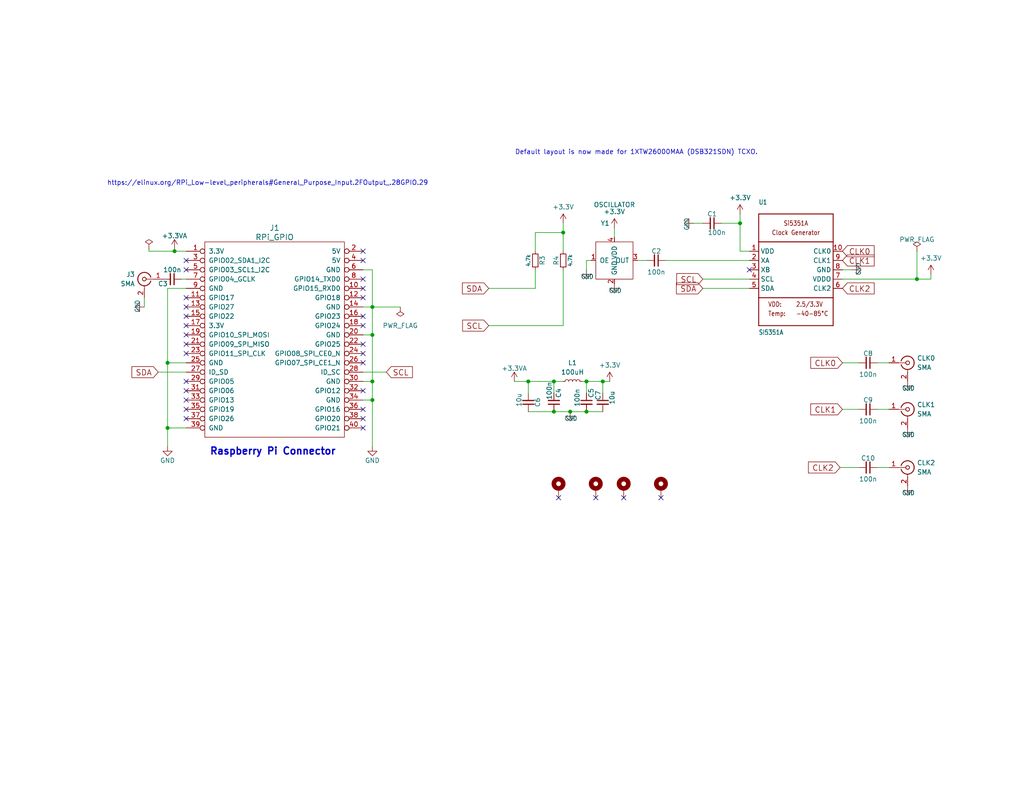
<source format=kicad_sch>
(kicad_sch (version 20230121) (generator eeschema)
  (paper "A")
  (title_block (title "Raspberry Pi Zero 2W Radio pHAT") (date "2023-10-03") (rev "0.01") (company "Dhiru Kholia (VU3CER)"))
  (lib_symbols
    (symbol "Adafruit Si5351A-eagle-import:SI5351A"
      (property "Reference" "U" (at -10.16 17.78 0))
      (symbol "SI5351A_1_0"
        (polyline (pts (xy -10.16 -15.24) (xy 10.16 -15.24)) (stroke (width 0.254)))
        (polyline (pts (xy -10.16 -7.62) (xy -10.16 -15.24)) (stroke (width 0.254)))
        (polyline (pts (xy -10.16 -7.62) (xy -10.16 7.62)) (stroke (width 0.254)))
        (polyline (pts (xy -10.16 7.62) (xy -10.16 15.24)) (stroke (width 0.254)))
        (polyline (pts (xy -10.16 7.62) (xy 10.16 7.62)) (stroke (width 0.254)))
        (polyline (pts (xy -10.16 15.24) (xy 10.16 15.24)) (stroke (width 0.254)))
        (polyline (pts (xy 10.16 -15.24) (xy 10.16 -7.62)) (stroke (width 0.254)))
        (polyline (pts (xy 10.16 -7.62) (xy -10.16 -7.62)) (stroke (width 0.254)))
        (polyline (pts (xy 10.16 7.62) (xy 10.16 -7.62)) (stroke (width 0.254)))
        (polyline (pts (xy 10.16 15.24) (xy 10.16 7.62)) (stroke (width 0.254)))
        (text "-40-85°C" (at 0 -12.7 0) (effects (font (size 1.27 1.0795)) (justify left bottom)))
        (text "2.5/3.3V" (at 0 -10.16 0) (effects (font (size 1.27 1.0795)) (justify left bottom)))
        (text "Clock Generator" (at 0 10.16 0) (effects (font (size 1.27 1.0795))))
        (text "Si5351A" (at 0 12.7 0) (effects (font (size 1.27 1.0795))))
        (text "Temp:" (at -7.62 -12.7 0) (effects (font (size 1.27 1.0795)) (justify left bottom)))
        (text "VDD:" (at -7.62 -10.16 0) (effects (font (size 1.27 1.0795)) (justify left bottom)))
        (pin power_in line (at -12.7 5.08 0) (length 2.54) (name "VDD") (number "1"))
        (pin output line (at 12.7 5.08 180) (length 2.54) (name "CLK0") (number "10"))
        (pin input line (at -12.7 2.54 0) (length 2.54) (name "XA") (number "2"))
        (pin input line (at -12.7 0 0) (length 2.54) (name "XB") (number "3"))
        (pin input line (at -12.7 -2.54 0) (length 2.54) (name "SCL") (number "4"))
        (pin bidirectional line (at -12.7 -5.08 0) (length 2.54) (name "SDA") (number "5"))
        (pin output line (at 12.7 -5.08 180) (length 2.54) (name "CLK2") (number "6"))
        (pin power_in line (at 12.7 -2.54 180) (length 2.54) (name "VDDO") (number "7"))
        (pin power_in line (at 12.7 0 180) (length 2.54) (name "GND") (number "8"))
        (pin output line (at 12.7 2.54 180) (length 2.54) (name "CLK1") (number "9"))
      )
    )
    (symbol "Connector:Conn_Coaxial" (pin_names (offset 1.016) hide)
      (property "Reference" "J" (at 0.254 3.048 0))
      (property "Value" "Conn_Coaxial" (at 2.921 0 90))
      (symbol "Conn_Coaxial_0_1"
        (arc (start -1.778 -0.508) (mid 0.2311 -1.8066) (end 1.778 0) (stroke (width 0.254)))
        (polyline (pts (xy -2.54 0) (xy -0.508 0)))
        (polyline (pts (xy 0 -2.54) (xy 0 -1.778)))
        (circle (center 0 0) (radius 0.508) (stroke (width 0.2032)))
        (arc (start 1.778 0) (mid 0.2099 1.8101) (end -1.778 0.508) (stroke (width 0.254)))
      )
      (symbol "Conn_Coaxial_1_1"
        (pin passive line (at -5.08 0 0) (length 2.54) (name "In") (number "1"))
        (pin passive line (at 0 -5.08 90) (length 2.54) (name "Ext") (number "2"))
      )
    )
    (symbol "Device:C_Small" (pin_numbers hide) (pin_names (offset 0.254) hide)
      (property "Reference" "C" (at 0.254 1.778 0))
      (property "Value" "C_Small" (at 0.254 -2.032 0))
      (symbol "C_Small_0_1"
        (polyline (pts (xy -1.524 -0.508) (xy 1.524 -0.508)) (stroke (width 0.3302)))
        (polyline (pts (xy -1.524 0.508) (xy 1.524 0.508)) (stroke (width 0.3048)))
      )
      (symbol "C_Small_1_1"
        (pin passive line (at 0 2.54 270) (length 2.032) (name "~") (number "1"))
        (pin passive line (at 0 -2.54 90) (length 2.032) (name "~") (number "2"))
      )
    )
    (symbol "Device:L_Small" (pin_numbers hide) (pin_names (offset 0.254) hide)
      (property "Reference" "L" (at 0.762 1.016 0))
      (property "Value" "L_Small" (at 0.762 -1.016 0))
      (symbol "L_Small_0_1"
        (arc (start 0 -2.032) (mid 0.5058 -1.524) (end 0 -1.016))
        (arc (start 0 -1.016) (mid 0.5058 -0.508) (end 0 0))
        (arc (start 0 0) (mid 0.5058 0.508) (end 0 1.016))
        (arc (start 0 1.016) (mid 0.5058 1.524) (end 0 2.032))
      )
      (symbol "L_Small_1_1"
        (pin passive line (at 0 2.54 270) (length 0.508) (name "~") (number "1"))
        (pin passive line (at 0 -2.54 90) (length 0.508) (name "~") (number "2"))
      )
    )
    (symbol "Device:R_Small" (pin_numbers hide) (pin_names (offset 0.254) hide)
      (property "Reference" "R" (at 0.762 0.508 0))
      (property "Value" "R_Small" (at 0.762 -1.016 0))
      (symbol "R_Small_0_1"
        (rectangle (start -0.762 1.778) (end 0.762 -1.778) (stroke (width 0.2032)))
      )
      (symbol "R_Small_1_1"
        (pin passive line (at 0 2.54 270) (length 0.762) (name "~") (number "1"))
        (pin passive line (at 0 -2.54 90) (length 0.762) (name "~") (number "2"))
      )
    )
    (symbol "EtherkitKicadLibrary:OSCILLATOR" (pin_names (offset 1.016))
      (property "Reference" "U" (at -12.192 8.509 0))
      (property "Value" "OSCILLATOR" (at -7.747 6.477 0))
      (symbol "OSCILLATOR_0_1"
        (rectangle (start -5.08 5.08) (end 5.08 -5.08))
      )
      (symbol "OSCILLATOR_1_1"
        (pin passive line (at -6.35 0 0) (length 1.27) (name "OE") (number "1"))
        (pin passive line (at 0 -6.35 90) (length 1.27) (name "GND") (number "2"))
        (pin passive line (at 6.35 0 180) (length 1.27) (name "OUT") (number "3"))
        (pin passive line (at 0 6.35 270) (length 1.27) (name "VDD") (number "4"))
      )
    )
    (symbol "Mechanical:MountingHole_Pad" (pin_numbers hide) (pin_names (offset 1.016) hide)
      (property "Reference" "H" (at 0 6.35 0))
      (property "Value" "MountingHole_Pad" (at 0 4.445 0))
      (symbol "MountingHole_Pad_0_1"
        (circle (center 0 1.27) (radius 1.27) (stroke (width 1.27)))
      )
      (symbol "MountingHole_Pad_1_1"
        (pin input line (at 0 -2.54 90) (length 2.54) (name "1") (number "1"))
      )
    )
    (symbol "PCM_4ms_Power-symbol:PWR_FLAG" (power) (pin_numbers hide) (pin_names (offset 0) hide)
      (property "Value" "PWR_FLAG" (at 0 3.81 0))
      (symbol "PWR_FLAG_0_0"
        (pin power_out line (at 0 0 90) (length 0) (name "pwr") (number "1"))
      )
      (symbol "PWR_FLAG_0_1"
        (polyline (pts (xy 0 0) (xy 0 1.27) (xy -1.016 1.905) (xy 0 2.54) (xy 1.016 1.905) (xy 0 1.27)))
      )
    )
    (symbol "RPi-pHat-Thermocouple-rescue:RPi_GPIO-Connector-ML" (pin_names (offset 1.016))
      (property "Reference" "J" (at 19.05 6.35 0))
      (property "Value" "Connector-ML_RPi_GPIO" (at 19.05 3.81 0))
      (symbol "RPi_GPIO-Connector-ML_0_1"
        (rectangle (start 0 2.54) (end 38.1 -50.8))
      )
      (symbol "RPi_GPIO-Connector-ML_1_1"
        (pin power_in inverted (at -5.08 0 0) (length 5.08) (name "3.3V") (number "1"))
        (pin bidirectional inverted (at 43.18 -10.16 180) (length 5.08) (name "GPIO15_RXD0") (number "10"))
        (pin bidirectional inverted (at -5.08 -12.7 0) (length 5.08) (name "GPIO17") (number "11"))
        (pin bidirectional inverted (at 43.18 -12.7 180) (length 5.08) (name "GPIO18") (number "12"))
        (pin bidirectional inverted (at -5.08 -15.24 0) (length 5.08) (name "GPIO27") (number "13"))
        (pin power_in inverted (at 43.18 -15.24 180) (length 5.08) (name "GND") (number "14"))
        (pin bidirectional inverted (at -5.08 -17.78 0) (length 5.08) (name "GPIO22") (number "15"))
        (pin bidirectional inverted (at 43.18 -17.78 180) (length 5.08) (name "GPIO23") (number "16"))
        (pin power_in inverted (at -5.08 -20.32 0) (length 5.08) (name "3.3V") (number "17"))
        (pin bidirectional inverted (at 43.18 -20.32 180) (length 5.08) (name "GPIO24") (number "18"))
        (pin bidirectional inverted (at -5.08 -22.86 0) (length 5.08) (name "GPIO10_SPI_MOSI") (number "19"))
        (pin power_in inverted (at 43.18 0 180) (length 5.08) (name "5V") (number "2"))
        (pin power_in inverted (at 43.18 -22.86 180) (length 5.08) (name "GND") (number "20"))
        (pin bidirectional inverted (at -5.08 -25.4 0) (length 5.08) (name "GPIO09_SPI_MISO") (number "21"))
        (pin bidirectional inverted (at 43.18 -25.4 180) (length 5.08) (name "GPIO25") (number "22"))
        (pin bidirectional inverted (at -5.08 -27.94 0) (length 5.08) (name "GPIO11_SPI_CLK") (number "23"))
        (pin bidirectional inverted (at 43.18 -27.94 180) (length 5.08) (name "GPIO08_SPI_CE0_N") (number "24"))
        (pin power_in inverted (at -5.08 -30.48 0) (length 5.08) (name "GND") (number "25"))
        (pin bidirectional inverted (at 43.18 -30.48 180) (length 5.08) (name "GPIO07_SPI_CE1_N") (number "26"))
        (pin bidirectional inverted (at -5.08 -33.02 0) (length 5.08) (name "ID_SD") (number "27"))
        (pin bidirectional inverted (at 43.18 -33.02 180) (length 5.08) (name "ID_SC") (number "28"))
        (pin bidirectional inverted (at -5.08 -35.56 0) (length 5.08) (name "GPIO05") (number "29"))
        (pin bidirectional inverted (at -5.08 -2.54 0) (length 5.08) (name "GPIO02_SDA1_I2C") (number "3"))
        (pin power_in inverted (at 43.18 -35.56 180) (length 5.08) (name "GND") (number "30"))
        (pin bidirectional inverted (at -5.08 -38.1 0) (length 5.08) (name "GPIO06") (number "31"))
        (pin bidirectional inverted (at 43.18 -38.1 180) (length 5.08) (name "GPIO12") (number "32"))
        (pin bidirectional inverted (at -5.08 -40.64 0) (length 5.08) (name "GPIO13") (number "33"))
        (pin power_in inverted (at 43.18 -40.64 180) (length 5.08) (name "GND") (number "34"))
        (pin bidirectional inverted (at -5.08 -43.18 0) (length 5.08) (name "GPIO19") (number "35"))
        (pin bidirectional inverted (at 43.18 -43.18 180) (length 5.08) (name "GPIO16") (number "36"))
        (pin bidirectional inverted (at -5.08 -45.72 0) (length 5.08) (name "GPIO26") (number "37"))
        (pin bidirectional inverted (at 43.18 -45.72 180) (length 5.08) (name "GPIO20") (number "38"))
        (pin power_in inverted (at -5.08 -48.26 0) (length 5.08) (name "GND") (number "39"))
        (pin power_in inverted (at 43.18 -2.54 180) (length 5.08) (name "5V") (number "4"))
        (pin bidirectional inverted (at 43.18 -48.26 180) (length 5.08) (name "GPIO21") (number "40"))
        (pin bidirectional inverted (at -5.08 -5.08 0) (length 5.08) (name "GPIO03_SCL1_I2C") (number "5"))
        (pin power_in inverted (at 43.18 -5.08 180) (length 5.08) (name "GND") (number "6"))
        (pin bidirectional inverted (at -5.08 -7.62 0) (length 5.08) (name "GPIO04_GCLK") (number "7"))
        (pin bidirectional inverted (at 43.18 -7.62 180) (length 5.08) (name "GPIO14_TXD0") (number "8"))
        (pin power_in inverted (at -5.08 -10.16 0) (length 5.08) (name "GND") (number "9"))
      )
    )
    (symbol "power:+3.3V" (power) (pin_names (offset 0))
      (property "Value" "+3.3V" (at 0 3.556 0))
      (symbol "+3.3V_0_1"
        (polyline (pts (xy -0.762 1.27) (xy 0 2.54)))
        (polyline (pts (xy 0 0) (xy 0 2.54)))
        (polyline (pts (xy 0 2.54) (xy 0.762 1.27)))
      )
      (symbol "+3.3V_1_1"
        (pin power_in line (at 0 0 90) (length 0) hide (name "+3.3V") (number "1"))
      )
    )
    (symbol "power:+3.3VA" (power) (pin_names (offset 0))
      (property "Value" "+3.3VA" (at 0 3.556 0))
      (symbol "+3.3VA_0_1"
        (polyline (pts (xy -0.762 1.27) (xy 0 2.54)))
        (polyline (pts (xy 0 0) (xy 0 2.54)))
        (polyline (pts (xy 0 2.54) (xy 0.762 1.27)))
      )
      (symbol "+3.3VA_1_1"
        (pin power_in line (at 0 0 90) (length 0) hide (name "+3.3VA") (number "1"))
      )
    )
    (symbol "power:GND" (power) (pin_names (offset 0))
      (property "Value" "GND" (at 0 -3.81 0))
      (symbol "GND_0_1"
        (polyline (pts (xy 0 0) (xy 0 -1.27) (xy 1.27 -1.27) (xy 0 -2.54) (xy -1.27 -1.27) (xy 0 -1.27)))
      )
      (symbol "GND_1_1"
        (pin power_in line (at 0 0 270) (length 0) hide (name "GND") (number "1"))
      )
    )
    (symbol "power:PWR_FLAG" (power) (pin_numbers hide) (pin_names (offset 0) hide)
      (property "Value" "PWR_FLAG" (at 0 3.81 0))
      (symbol "PWR_FLAG_0_0"
        (pin power_out line (at 0 0 90) (length 0) (name "pwr") (number "1"))
      )
      (symbol "PWR_FLAG_0_1"
        (polyline (pts (xy 0 0) (xy 0 1.27) (xy -1.016 1.905) (xy 0 2.54) (xy 1.016 1.905) (xy 0 1.27)))
      )
    )
  )
  (junction (at 45.72 116.84))
  (junction (at 101.6 91.44))
  (junction (at 153.67 63.5))
  (junction (at 101.6 83.82))
  (junction (at 155.575 112.395))
  (junction (at 101.6 104.14))
  (junction (at 45.72 99.06))
  (junction (at 250.19 76.2))
  (junction (at 151.13 112.395))
  (junction (at 160.02 112.395))
  (junction (at 201.93 60.96))
  (junction (at 47.625 68.58))
  (junction (at 164.465 104.14))
  (junction (at 144.145 104.14))
  (junction (at 151.13 104.14))
  (junction (at 101.6 109.22))
  (junction (at 160.02 104.14))
  (no_connect (at 204.47 73.66))
  (no_connect (at 99.06 99.06))
  (no_connect (at 99.06 81.28))
  (no_connect (at 99.06 96.52))
  (no_connect (at 50.8 83.82))
  (no_connect (at 99.06 76.2))
  (no_connect (at 170.18 135.89))
  (no_connect (at 50.8 71.12))
  (no_connect (at 99.06 106.68))
  (no_connect (at 50.8 88.9))
  (no_connect (at 50.8 96.52))
  (no_connect (at 152.4 135.89))
  (no_connect (at 162.56 135.89))
  (no_connect (at 50.8 86.36))
  (no_connect (at 99.06 93.98))
  (no_connect (at 180.34 135.89))
  (no_connect (at 50.8 81.28))
  (no_connect (at 99.06 86.36))
  (no_connect (at 50.8 91.44))
  (no_connect (at 99.06 78.74))
  (no_connect (at 99.06 116.84))
  (no_connect (at 99.06 71.12))
  (no_connect (at 50.8 93.98))
  (no_connect (at 50.8 111.76))
  (no_connect (at 99.06 68.58))
  (no_connect (at 99.06 114.3))
  (no_connect (at 99.06 88.9))
  (no_connect (at 99.06 111.76))
  (no_connect (at 50.8 114.3))
  (no_connect (at 50.8 109.22))
  (no_connect (at 50.8 73.66))
  (no_connect (at 50.8 104.14))
  (no_connect (at 50.8 106.68))
  (wire (pts (xy 229.87 73.66) (xy 232.41 73.66)))
  (wire (pts (xy 146.05 73.66) (xy 146.05 78.74)))
  (wire (pts (xy 45.72 78.74) (xy 45.72 99.06)))
  (wire (pts (xy 250.19 68.58) (xy 250.19 76.2)))
  (wire (pts (xy 40.64 68.58) (xy 47.625 68.58)))
  (wire (pts (xy 204.47 68.58) (xy 201.93 68.58)))
  (wire (pts (xy 101.6 109.22) (xy 101.6 121.92)))
  (wire (pts (xy 158.75 104.14) (xy 160.02 104.14)))
  (wire (pts (xy 254 74.93) (xy 254 76.2)))
  (wire (pts (xy 133.35 88.9) (xy 153.67 88.9)))
  (wire (pts (xy 250.19 76.2) (xy 254 76.2)))
  (wire (pts (xy 204.47 78.74) (xy 191.77 78.74)))
  (wire (pts (xy 49.53 76.2) (xy 50.8 76.2)))
  (wire (pts (xy 229.87 76.2) (xy 250.19 76.2)))
  (wire (pts (xy 101.6 83.82) (xy 101.6 91.44)))
  (wire (pts (xy 45.72 116.84) (xy 50.8 116.84)))
  (wire (pts (xy 160.02 71.12) (xy 161.29 71.12)))
  (wire (pts (xy 160.02 104.14) (xy 164.465 104.14)))
  (wire (pts (xy 45.72 99.06) (xy 50.8 99.06)))
  (wire (pts (xy 229.235 127.635) (xy 234.315 127.635)))
  (wire (pts (xy 167.64 62.23) (xy 167.64 64.77)))
  (wire (pts (xy 151.13 112.395) (xy 155.575 112.395)))
  (wire (pts (xy 164.465 104.14) (xy 164.465 107.315)))
  (wire (pts (xy 39.37 81.28) (xy 39.37 83.82)))
  (wire (pts (xy 239.395 111.76) (xy 242.57 111.76)))
  (wire (pts (xy 45.72 116.84) (xy 45.72 121.92)))
  (wire (pts (xy 151.13 107.315) (xy 151.13 104.14)))
  (wire (pts (xy 101.6 104.14) (xy 99.06 104.14)))
  (wire (pts (xy 229.87 111.76) (xy 234.315 111.76)))
  (wire (pts (xy 239.395 127.635) (xy 242.57 127.635)))
  (wire (pts (xy 133.35 78.74) (xy 146.05 78.74)))
  (wire (pts (xy 144.145 104.14) (xy 151.13 104.14)))
  (wire (pts (xy 201.93 60.96) (xy 201.93 68.58)))
  (wire (pts (xy 101.6 91.44) (xy 101.6 104.14)))
  (wire (pts (xy 99.06 91.44) (xy 101.6 91.44)))
  (wire (pts (xy 201.93 58.42) (xy 201.93 60.96)))
  (wire (pts (xy 160.02 73.66) (xy 160.02 71.12)))
  (wire (pts (xy 155.575 112.395) (xy 160.02 112.395)))
  (wire (pts (xy 47.625 67.945) (xy 47.625 68.58)))
  (wire (pts (xy 229.87 99.06) (xy 234.315 99.06)))
  (wire (pts (xy 40.64 68.58) (xy 40.64 67.945)))
  (wire (pts (xy 191.77 60.96) (xy 189.23 60.96)))
  (wire (pts (xy 101.6 104.14) (xy 101.6 109.22)))
  (wire (pts (xy 153.67 63.5) (xy 153.67 68.58)))
  (wire (pts (xy 101.6 109.22) (xy 99.06 109.22)))
  (wire (pts (xy 47.625 68.58) (xy 50.8 68.58)))
  (wire (pts (xy 101.6 73.66) (xy 101.6 83.82)))
  (wire (pts (xy 196.85 60.96) (xy 201.93 60.96)))
  (wire (pts (xy 181.61 71.12) (xy 204.47 71.12)))
  (wire (pts (xy 105.41 101.6) (xy 99.06 101.6)))
  (wire (pts (xy 144.145 112.395) (xy 151.13 112.395)))
  (wire (pts (xy 45.72 78.74) (xy 50.8 78.74)))
  (wire (pts (xy 99.06 73.66) (xy 101.6 73.66)))
  (wire (pts (xy 99.06 83.82) (xy 101.6 83.82)))
  (wire (pts (xy 239.395 99.06) (xy 242.57 99.06)))
  (wire (pts (xy 160.02 104.14) (xy 160.02 107.315)))
  (wire (pts (xy 43.18 101.6) (xy 50.8 101.6)))
  (wire (pts (xy 140.335 104.14) (xy 144.145 104.14)))
  (wire (pts (xy 151.13 104.14) (xy 153.67 104.14)))
  (wire (pts (xy 146.05 63.5) (xy 146.05 68.58)))
  (wire (pts (xy 101.6 83.82) (xy 109.22 83.82)))
  (wire (pts (xy 45.72 99.06) (xy 45.72 116.84)))
  (wire (pts (xy 146.05 63.5) (xy 153.67 63.5)))
  (wire (pts (xy 204.47 76.2) (xy 191.77 76.2)))
  (wire (pts (xy 144.145 107.315) (xy 144.145 104.14)))
  (wire (pts (xy 164.465 104.14) (xy 166.37 104.14)))
  (wire (pts (xy 153.67 73.66) (xy 153.67 88.9)))
  (wire (pts (xy 160.02 112.395) (xy 164.465 112.395)))
  (wire (pts (xy 173.99 71.12) (xy 176.53 71.12)))
  (wire (pts (xy 153.67 63.5) (xy 153.67 60.96)))
  (text "https://elinux.org/RPi_Low-level_peripherals#General_Purpose_Input.2FOutput_.28GPIO.29" (at 29.21 50.8 0) (effects (font (size 1.27 1.27)) (justify left bottom)))
  (text "Default layout is now made for 1XTW26000MAA (DSB321SDN) TCXO." (at 206.8068 42.3926 0) (effects (font (size 1.27 1.27)) (justify right bottom)))
  (text "Raspberry Pi Connector" (at 57.15 124.46 0) (effects (font (size 1.905 1.905) (thickness 0.381) bold) (justify left bottom)))
  (global_label "SCL" (shape input) (at 133.35 88.9 180) (effects (font (size 1.524 1.524))) (property "Intersheetrefs" "${INTERSHEET_REFS}" (effects hide)))
  (global_label "SDA" (shape input) (at 191.77 78.74 180) (effects (font (size 1.524 1.524))) (property "Intersheetrefs" "${INTERSHEET_REFS}" (effects hide)))
  (global_label "CLK1" (shape input) (at 229.87 71.12 0) (effects (font (size 1.524 1.524))) (property "Intersheetrefs" "${INTERSHEET_REFS}" (effects hide)))
  (global_label "SDA" (shape input) (at 133.35 78.74 180) (effects (font (size 1.524 1.524))) (property "Intersheetrefs" "${INTERSHEET_REFS}" (effects hide)))
  (global_label "CLK2" (shape input) (at 229.87 78.74 0) (effects (font (size 1.524 1.524))) (property "Intersheetrefs" "${INTERSHEET_REFS}" (effects hide)))
  (global_label "SCL" (shape input) (at 191.77 76.2 180) (effects (font (size 1.524 1.524))) (property "Intersheetrefs" "${INTERSHEET_REFS}" (effects hide)))
  (global_label "CLK2" (shape input) (at 229.235 127.635 180) (effects (font (size 1.524 1.524))) (property "Intersheetrefs" "${INTERSHEET_REFS}" (effects hide)))
  (global_label "SCL" (shape input) (at 105.41 101.6 0) (effects (font (size 1.524 1.524))) (property "Intersheetrefs" "${INTERSHEET_REFS}" (effects hide)))
  (global_label "CLK0" (shape input) (at 229.87 99.06 180) (effects (font (size 1.524 1.524))) (property "Intersheetrefs" "${INTERSHEET_REFS}" (effects hide)))
  (global_label "CLK0" (shape input) (at 229.87 68.58 0) (effects (font (size 1.524 1.524))) (property "Intersheetrefs" "${INTERSHEET_REFS}" (effects hide)))
  (global_label "CLK1" (shape input) (at 229.87 111.76 180) (effects (font (size 1.524 1.524))) (property "Intersheetrefs" "${INTERSHEET_REFS}" (effects hide)))
  (global_label "SDA" (shape input) (at 43.18 101.6 180) (effects (font (size 1.524 1.524))) (property "Intersheetrefs" "${INTERSHEET_REFS}" (effects hide)))
  (symbol (lib_id "RPi-pHat-Thermocouple-rescue:RPi_GPIO-Connector-ML") (at 55.88 68.58 0) (unit 1)
    (property "Reference" "J1" (at 74.93 62.23 0) (effects (font (size 1.524 1.524))))
    (property "Value" "RPi_GPIO" (at 74.93 64.77 0) (effects (font (size 1.524 1.524))))
    (property "Footprint" "footprints:PinSocket_2x20_P2.54mm_Vertical_Modded" (effects hide))
    (property "Part Number" "2222" (effects hide))
    (property "Manufacturer" "Adafruit" (effects hide))
    (property "Vendor" "Mouser" (effects hide))
    (property "Vendor Part Number" "485-2222" (effects hide))
    (property "Description" "CON, THT, Dual Row Socket, 2.54mm, 40 Pos" (effects hide))
  )
  (symbol (lib_id "power:GND") (at 101.6 121.92 0) (unit 1)
    (property "Reference" "#PWR06" (effects hide))
    (property "Value" "GND" (at 101.6 125.73 0))
  )
  (symbol (lib_id "power:GND") (at 45.72 121.92 0) (unit 1)
    (property "Reference" "#PWR07" (effects hide))
    (property "Value" "GND" (at 45.72 125.73 0))
  )
  (symbol (lib_id "power:GND") (at 155.575 112.395 0) (unit 1)
    (property "Reference" "#U$09" (effects hide))
    (property "Value" "~" (at 154.051 114.935 0) (effects (font (size 1.27 1.0795)) (justify left bottom)))
    (property "Footprint" "Adafruit Si5351A:" (effects hide))
  )
  (symbol (lib_id "Device:C_Small") (at 236.855 99.06 270) (unit 1)
    (property "Reference" "C8" (at 236.855 96.52 90))
    (property "Value" "100n" (at 236.855 102.235 90))
    (property "Footprint" "Capacitor_SMD:C_1206_3216Metric_Pad1.33x1.80mm_HandSolder" (effects hide))
  )
  (symbol (lib_id "Device:C_Small") (at 236.855 111.76 270) (unit 1)
    (property "Reference" "C9" (at 236.855 109.22 90))
    (property "Value" "100n" (at 236.855 114.935 90))
    (property "Footprint" "Capacitor_SMD:C_1206_3216Metric_Pad1.33x1.80mm_HandSolder" (effects hide))
  )
  (symbol (lib_id "Device:R_Small") (at 153.67 71.12 180) (unit 1)
    (property "Reference" "R4" (at 151.765 71.12 90))
    (property "Value" "4.7k" (at 155.575 71.12 90) (effects (font (size 1.016 1.016) bold)))
    (property "Footprint" "Resistor_SMD:R_1206_3216Metric_Pad1.30x1.75mm_HandSolder" (effects hide))
  )
  (symbol (lib_id "Connector:Conn_Coaxial") (at 247.65 99.06 0) (unit 1)
    (property "Reference" "CLK0" (at 250.19 97.79 0) (effects (justify left)))
    (property "Value" "SMA" (at 250.19 100.33 0) (effects (justify left)))
    (property "Footprint" "Connector_Coaxial:SMA_Samtec_SMA-J-P-X-ST-EM1_EdgeMount" (effects hide))
    (property "Datasheet" " ~" (effects hide))
  )
  (symbol (lib_id "power:+3.3V") (at 201.93 58.42 0) (unit 1)
    (property "Reference" "#PWR02" (effects hide))
    (property "Value" "+3.3V" (at 201.93 53.975 0))
  )
  (symbol (lib_id "Connector:Conn_Coaxial") (at 39.37 76.2 0) (mirror y) (unit 1)
    (property "Reference" "J3" (at 36.83 74.93 0) (effects (justify left)))
    (property "Value" "SMA" (at 36.83 77.47 0) (effects (justify left)))
    (property "Footprint" "Connector_Coaxial:SMA_Samtec_SMA-J-P-X-ST-EM1_EdgeMount" (effects hide))
    (property "Datasheet" " ~" (effects hide))
  )
  (symbol (lib_id "Connector:Conn_Coaxial") (at 247.65 127.635 0) (unit 1)
    (property "Reference" "CLK2" (at 250.19 126.365 0) (effects (justify left)))
    (property "Value" "SMA" (at 250.19 128.905 0) (effects (justify left)))
    (property "Footprint" "Connector_Coaxial:SMA_Samtec_SMA-J-P-X-ST-EM1_EdgeMount" (effects hide))
    (property "Datasheet" " ~" (effects hide))
  )
  (symbol (lib_id "power:GND") (at 232.41 73.66 90) (unit 1)
    (property "Reference" "#U$04" (effects hide))
    (property "Value" "~" (at 234.95 75.184 0) (effects (font (size 1.27 1.0795)) (justify left bottom)))
    (property "Footprint" "Adafruit Si5351A:" (effects hide))
  )
  (symbol (lib_id "power:+3.3V") (at 167.64 62.23 0) (unit 1)
    (property "Reference" "#PWR03" (effects hide))
    (property "Value" "+3.3V" (at 167.64 57.785 0))
  )
  (symbol (lib_id "Mechanical:MountingHole_Pad") (at 170.18 133.35 0) (unit 1)
    (property "Reference" "H3" (effects hide))
    (property "Value" "MountingHole_Pad" (effects hide))
    (property "Footprint" "MountingHole:MountingHole_2.7mm_M2.5_DIN965_Pad" (effects hide))
  )
  (symbol (lib_id "Device:C_Small") (at 164.465 109.855 0) (unit 1)
    (property "Reference" "C5" (at 161.29 107.315 90))
    (property "Value" "10u" (at 167.005 108.585 90))
    (property "Footprint" "Capacitor_SMD:C_1206_3216Metric_Pad1.33x1.80mm_HandSolder" (effects hide))
  )
  (symbol (lib_id "EtherkitKicadLibrary:OSCILLATOR") (at 167.64 71.12 0) (unit 1)
    (property "Reference" "Y1" (at 165.1 60.96 0))
    (property "Value" "OSCILLATOR" (at 167.64 55.88 0))
    (property "Footprint" "footprints:OSC-SMD_4P-L3.2-W2.5-BL_1XTV" (effects hide))
  )
  (symbol (lib_id "power:GND") (at 160.02 73.66 0) (unit 1)
    (property "Reference" "#U$01" (effects hide))
    (property "Value" "~" (at 158.496 76.2 0) (effects (font (size 1.27 1.0795)) (justify left bottom)))
    (property "Footprint" "Adafruit Si5351A:" (effects hide))
  )
  (symbol (lib_id "power:GND") (at 167.64 77.47 0) (unit 1)
    (property "Reference" "#U$02" (effects hide))
    (property "Value" "~" (at 166.116 80.01 0) (effects (font (size 1.27 1.0795)) (justify left bottom)))
    (property "Footprint" "Adafruit Si5351A:" (effects hide))
  )
  (symbol (lib_id "power:+3.3VA") (at 47.625 67.945 0) (unit 1)
    (property "Reference" "#PWR08" (effects hide))
    (property "Value" "+3.3VA" (at 47.625 64.389 0))
  )
  (symbol (lib_id "Device:C_Small") (at 151.13 109.855 180) (unit 1)
    (property "Reference" "C4" (at 152.4 107.315 90))
    (property "Value" "100n" (at 149.86 106.68 90))
    (property "Footprint" "Capacitor_SMD:C_1206_3216Metric_Pad1.33x1.80mm_HandSolder" (effects hide))
  )
  (symbol (lib_id "Device:C_Small") (at 46.99 76.2 270) (unit 1)
    (property "Reference" "C3" (at 44.45 77.47 90))
    (property "Value" "100n" (at 46.99 73.66 90))
    (property "Footprint" "Capacitor_SMD:C_1206_3216Metric_Pad1.33x1.80mm_HandSolder" (effects hide))
  )
  (symbol (lib_id "power:+3.3V") (at 166.37 104.14 0) (unit 1)
    (property "Reference" "#PWR09" (effects hide))
    (property "Value" "+3.3V" (at 166.37 99.695 0))
  )
  (symbol (lib_id "power:GND") (at 247.65 104.14 0) (unit 1)
    (property "Reference" "#U$05" (effects hide))
    (property "Value" "~" (at 246.126 106.68 0) (effects (font (size 1.27 1.0795)) (justify left bottom)))
    (property "Footprint" "Adafruit Si5351A:" (effects hide))
  )
  (symbol (lib_id "Mechanical:MountingHole_Pad") (at 162.56 133.35 0) (unit 1)
    (property "Reference" "H2" (effects hide))
    (property "Value" "MountingHole_Pad" (effects hide))
    (property "Footprint" "MountingHole:MountingHole_2.7mm_M2.5_DIN965_Pad" (effects hide))
  )
  (symbol (lib_id "Device:C_Small") (at 144.145 109.855 180) (unit 1)
    (property "Reference" "C6" (at 146.685 109.855 90))
    (property "Value" "10u" (at 141.605 109.22 90))
    (property "Footprint" "Capacitor_SMD:C_1206_3216Metric_Pad1.33x1.80mm_HandSolder" (effects hide))
  )
  (symbol (lib_id "power:PWR_FLAG") (at 109.22 83.82 180) (unit 1)
    (property "Reference" "#FLG02" (effects hide))
    (property "Value" "PWR_FLAG" (at 109.22 88.9 0))
  )
  (symbol (lib_id "power:PWR_FLAG") (at 250.19 68.58 0) (unit 1)
    (property "Reference" "#FLG01" (effects hide))
    (property "Value" "PWR_FLAG" (at 250.19 65.405 0))
  )
  (symbol (lib_id "PCM_4ms_Power-symbol:PWR_FLAG") (at 40.64 67.945 0) (unit 1)
    (property "Reference" "#FLG03" (effects hide))
    (property "Value" "PWR_FLAG" (effects hide))
  )
  (symbol (lib_id "Device:C_Small") (at 194.31 60.96 270) (unit 1)
    (property "Reference" "C1" (at 194.31 58.42 90))
    (property "Value" "100n" (at 195.58 63.5 90))
    (property "Footprint" "Capacitor_SMD:C_1206_3216Metric_Pad1.33x1.80mm_HandSolder" (effects hide))
  )
  (symbol (lib_id "Device:C_Small") (at 160.02 109.855 0) (mirror y) (unit 1)
    (property "Reference" "C7" (at 163.195 107.95 90))
    (property "Value" "100n" (at 157.48 108.585 90))
    (property "Footprint" "Capacitor_SMD:C_1206_3216Metric_Pad1.33x1.80mm_HandSolder" (effects hide))
  )
  (symbol (lib_id "Device:C_Small") (at 236.855 127.635 270) (unit 1)
    (property "Reference" "C10" (at 236.855 125.095 90))
    (property "Value" "100n" (at 236.855 130.81 90))
    (property "Footprint" "Capacitor_SMD:C_1206_3216Metric_Pad1.33x1.80mm_HandSolder" (effects hide))
  )
  (symbol (lib_id "Adafruit Si5351A-eagle-import:SI5351A") (at 217.17 73.66 0) (unit 1)
    (property "Reference" "U1" (at 207.01 55.88 0) (effects (font (size 1.27 1.0795)) (justify left bottom)))
    (property "Value" "SI5351A" (at 207.01 91.44 0) (effects (font (size 1.27 1.0795)) (justify left bottom)))
    (property "Footprint" "Package_SO:MSOP-10_3x3mm_P0.5mm" (effects hide))
  )
  (symbol (lib_id "Mechanical:MountingHole_Pad") (at 180.34 133.35 0) (mirror y) (unit 1)
    (property "Reference" "H4" (effects hide))
    (property "Value" "MountingHole_Pad" (effects hide))
    (property "Footprint" "MountingHole:MountingHole_2.7mm_M2.5_DIN965_Pad" (effects hide))
  )
  (symbol (lib_id "Mechanical:MountingHole_Pad") (at 152.4 133.35 0) (unit 1)
    (property "Reference" "H1" (effects hide))
    (property "Value" "MountingHole_Pad" (effects hide))
    (property "Footprint" "MountingHole:MountingHole_2.7mm_M2.5_DIN965_Pad" (effects hide))
  )
  (symbol (lib_id "power:GND") (at 189.23 60.96 270) (unit 1)
    (property "Reference" "#U$03" (effects hide))
    (property "Value" "~" (at 186.69 59.436 0) (effects (font (size 1.27 1.0795)) (justify left bottom)))
    (property "Footprint" "Adafruit Si5351A:" (effects hide))
  )
  (symbol (lib_id "power:+3.3V") (at 153.67 60.96 0) (unit 1)
    (property "Reference" "#PWR01" (effects hide))
    (property "Value" "+3.3V" (at 153.67 56.515 0))
  )
  (symbol (lib_id "Device:C_Small") (at 179.07 71.12 270) (unit 1)
    (property "Reference" "C2" (at 179.07 68.58 90))
    (property "Value" "100n" (at 179.07 74.295 90))
    (property "Footprint" "Capacitor_SMD:C_1206_3216Metric_Pad1.33x1.80mm_HandSolder" (effects hide))
  )
  (symbol (lib_id "power:+3.3VA") (at 140.335 104.14 0) (mirror y) (unit 1)
    (property "Reference" "#PWR05" (effects hide))
    (property "Value" "+3.3VA" (at 140.335 100.584 0))
  )
  (symbol (lib_id "power:GND") (at 247.65 116.84 0) (unit 1)
    (property "Reference" "#U$07" (effects hide))
    (property "Value" "~" (at 246.126 119.38 0) (effects (font (size 1.27 1.0795)) (justify left bottom)))
    (property "Footprint" "Adafruit Si5351A:" (effects hide))
  )
  (symbol (lib_id "power:GND") (at 39.37 83.82 270) (mirror x) (unit 1)
    (property "Reference" "#U$06" (effects hide))
    (property "Value" "~" (at 36.83 85.344 0) (effects (font (size 1.27 1.0795)) (justify left bottom)))
    (property "Footprint" "Adafruit Si5351A:" (effects hide))
  )
  (symbol (lib_id "Device:R_Small") (at 146.05 71.12 180) (unit 1)
    (property "Reference" "R3" (at 147.955 71.12 90))
    (property "Value" "4.7k" (at 144.145 71.12 90) (effects (font (size 1.016 1.016) bold)))
    (property "Footprint" "Resistor_SMD:R_1206_3216Metric_Pad1.30x1.75mm_HandSolder" (effects hide))
  )
  (symbol (lib_id "Device:L_Small") (at 156.21 104.14 90) (unit 1)
    (property "Reference" "L1" (at 156.21 99.06 90))
    (property "Value" "100uH" (at 156.21 101.6 90))
    (property "Footprint" "Inductor_SMD:L_1206_3216Metric" (effects hide))
  )
  (symbol (lib_id "power:+3.3V") (at 254 74.93 0) (unit 1)
    (property "Reference" "#PWR04" (effects hide))
    (property "Value" "+3.3V" (at 254 70.485 0))
  )
  (symbol (lib_id "power:GND") (at 247.65 132.715 0) (unit 1)
    (property "Reference" "#U$08" (effects hide))
    (property "Value" "~" (at 246.126 135.255 0) (effects (font (size 1.27 1.0795)) (justify left bottom)))
    (property "Footprint" "Adafruit Si5351A:" (effects hide))
  )
  (symbol (lib_id "Connector:Conn_Coaxial") (at 247.65 111.76 0) (unit 1)
    (property "Reference" "CLK1" (at 250.19 110.49 0) (effects (justify left)))
    (property "Value" "SMA" (at 250.19 113.03 0) (effects (justify left)))
    (property "Footprint" "Connector_Coaxial:SMA_Samtec_SMA-J-P-X-ST-EM1_EdgeMount" (effects hide))
    (property "Datasheet" " ~" (effects hide))
  )
)
</source>
